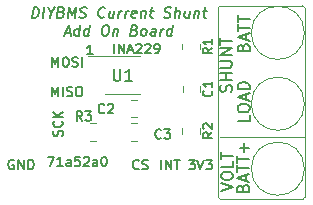
<source format=gto>
G04 #@! TF.GenerationSoftware,KiCad,Pcbnew,5.1.9+dfsg1-1+deb11u1*
G04 #@! TF.CreationDate,2023-12-19T10:52:22+00:00*
G04 #@! TF.ProjectId,ControllerCurrentShuntAddOn,436f6e74-726f-46c6-9c65-724375727265,rev?*
G04 #@! TF.SameCoordinates,Original*
G04 #@! TF.FileFunction,Legend,Top*
G04 #@! TF.FilePolarity,Positive*
%FSLAX46Y46*%
G04 Gerber Fmt 4.6, Leading zero omitted, Abs format (unit mm)*
G04 Created by KiCad (PCBNEW 5.1.9+dfsg1-1+deb11u1) date 2023-12-19 10:52:22*
%MOMM*%
%LPD*%
G01*
G04 APERTURE LIST*
%ADD10C,0.150000*%
%ADD11C,0.120000*%
%ADD12C,0.200000*%
G04 APERTURE END LIST*
D10*
X208161785Y-108781904D02*
X208695119Y-108781904D01*
X208352261Y-109581904D01*
X209418928Y-109581904D02*
X208961785Y-109581904D01*
X209190357Y-109581904D02*
X209190357Y-108781904D01*
X209114166Y-108896190D01*
X209037976Y-108972380D01*
X208961785Y-109010476D01*
X210104642Y-109581904D02*
X210104642Y-109162857D01*
X210066547Y-109086666D01*
X209990357Y-109048571D01*
X209837976Y-109048571D01*
X209761785Y-109086666D01*
X210104642Y-109543809D02*
X210028452Y-109581904D01*
X209837976Y-109581904D01*
X209761785Y-109543809D01*
X209723690Y-109467619D01*
X209723690Y-109391428D01*
X209761785Y-109315238D01*
X209837976Y-109277142D01*
X210028452Y-109277142D01*
X210104642Y-109239047D01*
X210866547Y-108781904D02*
X210485595Y-108781904D01*
X210447500Y-109162857D01*
X210485595Y-109124761D01*
X210561785Y-109086666D01*
X210752261Y-109086666D01*
X210828452Y-109124761D01*
X210866547Y-109162857D01*
X210904642Y-109239047D01*
X210904642Y-109429523D01*
X210866547Y-109505714D01*
X210828452Y-109543809D01*
X210752261Y-109581904D01*
X210561785Y-109581904D01*
X210485595Y-109543809D01*
X210447500Y-109505714D01*
X211209404Y-108858095D02*
X211247500Y-108820000D01*
X211323690Y-108781904D01*
X211514166Y-108781904D01*
X211590357Y-108820000D01*
X211628452Y-108858095D01*
X211666547Y-108934285D01*
X211666547Y-109010476D01*
X211628452Y-109124761D01*
X211171309Y-109581904D01*
X211666547Y-109581904D01*
X212352261Y-109581904D02*
X212352261Y-109162857D01*
X212314166Y-109086666D01*
X212237976Y-109048571D01*
X212085595Y-109048571D01*
X212009404Y-109086666D01*
X212352261Y-109543809D02*
X212276071Y-109581904D01*
X212085595Y-109581904D01*
X212009404Y-109543809D01*
X211971309Y-109467619D01*
X211971309Y-109391428D01*
X212009404Y-109315238D01*
X212085595Y-109277142D01*
X212276071Y-109277142D01*
X212352261Y-109239047D01*
X212885595Y-108781904D02*
X212961785Y-108781904D01*
X213037976Y-108820000D01*
X213076071Y-108858095D01*
X213114166Y-108934285D01*
X213152261Y-109086666D01*
X213152261Y-109277142D01*
X213114166Y-109429523D01*
X213076071Y-109505714D01*
X213037976Y-109543809D01*
X212961785Y-109581904D01*
X212885595Y-109581904D01*
X212809404Y-109543809D01*
X212771309Y-109505714D01*
X212733214Y-109429523D01*
X212695119Y-109277142D01*
X212695119Y-109086666D01*
X212733214Y-108934285D01*
X212771309Y-108858095D01*
X212809404Y-108820000D01*
X212885595Y-108781904D01*
X211978571Y-100111904D02*
X211521428Y-100111904D01*
X211750000Y-100111904D02*
X211750000Y-99311904D01*
X211673809Y-99426190D01*
X211597619Y-99502380D01*
X211521428Y-99540476D01*
D11*
X222550000Y-96200000D02*
G75*
G02*
X222750000Y-96000000I200000J0D01*
G01*
X222750000Y-112400000D02*
G75*
G02*
X222550000Y-112200000I0J200000D01*
G01*
X229950000Y-112200000D02*
G75*
G02*
X229750000Y-112400000I-200000J0D01*
G01*
X229750000Y-96000000D02*
G75*
G02*
X229950000Y-96200000I0J-200000D01*
G01*
D10*
X222852380Y-111692857D02*
X223852380Y-111359523D01*
X222852380Y-111026190D01*
X222852380Y-110502380D02*
X222852380Y-110311904D01*
X222900000Y-110216666D01*
X222995238Y-110121428D01*
X223185714Y-110073809D01*
X223519047Y-110073809D01*
X223709523Y-110121428D01*
X223804761Y-110216666D01*
X223852380Y-110311904D01*
X223852380Y-110502380D01*
X223804761Y-110597619D01*
X223709523Y-110692857D01*
X223519047Y-110740476D01*
X223185714Y-110740476D01*
X222995238Y-110692857D01*
X222900000Y-110597619D01*
X222852380Y-110502380D01*
X223852380Y-109169047D02*
X223852380Y-109645238D01*
X222852380Y-109645238D01*
X222852380Y-108978571D02*
X222852380Y-108407142D01*
X223852380Y-108692857D02*
X222852380Y-108692857D01*
X223704761Y-103288095D02*
X223752380Y-103145238D01*
X223752380Y-102907142D01*
X223704761Y-102811904D01*
X223657142Y-102764285D01*
X223561904Y-102716666D01*
X223466666Y-102716666D01*
X223371428Y-102764285D01*
X223323809Y-102811904D01*
X223276190Y-102907142D01*
X223228571Y-103097619D01*
X223180952Y-103192857D01*
X223133333Y-103240476D01*
X223038095Y-103288095D01*
X222942857Y-103288095D01*
X222847619Y-103240476D01*
X222800000Y-103192857D01*
X222752380Y-103097619D01*
X222752380Y-102859523D01*
X222800000Y-102716666D01*
X223752380Y-102288095D02*
X222752380Y-102288095D01*
X223228571Y-102288095D02*
X223228571Y-101716666D01*
X223752380Y-101716666D02*
X222752380Y-101716666D01*
X222752380Y-101240476D02*
X223561904Y-101240476D01*
X223657142Y-101192857D01*
X223704761Y-101145238D01*
X223752380Y-101050000D01*
X223752380Y-100859523D01*
X223704761Y-100764285D01*
X223657142Y-100716666D01*
X223561904Y-100669047D01*
X222752380Y-100669047D01*
X223752380Y-100192857D02*
X222752380Y-100192857D01*
X223752380Y-99621428D01*
X222752380Y-99621428D01*
X222752380Y-99288095D02*
X222752380Y-98716666D01*
X223752380Y-99002380D02*
X222752380Y-99002380D01*
D11*
X229950000Y-101300000D02*
X229950000Y-96200000D01*
X222750000Y-96000000D02*
X229750000Y-96000000D01*
X222550000Y-112200000D02*
X222550000Y-96200000D01*
X229750000Y-112400000D02*
X222750000Y-112400000D01*
X229950000Y-101300000D02*
X229950000Y-112200000D01*
X222750000Y-107100000D02*
X229950000Y-107100000D01*
D12*
X206859017Y-97012142D02*
X206971517Y-96112142D01*
X207185803Y-96112142D01*
X207309017Y-96155000D01*
X207384017Y-96240714D01*
X207416160Y-96326428D01*
X207437589Y-96497857D01*
X207421517Y-96626428D01*
X207357232Y-96797857D01*
X207303660Y-96883571D01*
X207207232Y-96969285D01*
X207073303Y-97012142D01*
X206859017Y-97012142D01*
X207759017Y-97012142D02*
X207871517Y-96112142D01*
X208412589Y-96583571D02*
X208359017Y-97012142D01*
X208171517Y-96112142D02*
X208412589Y-96583571D01*
X208771517Y-96112142D01*
X209317946Y-96540714D02*
X209441160Y-96583571D01*
X209478660Y-96626428D01*
X209510803Y-96712142D01*
X209494732Y-96840714D01*
X209441160Y-96926428D01*
X209392946Y-96969285D01*
X209301875Y-97012142D01*
X208959017Y-97012142D01*
X209071517Y-96112142D01*
X209371517Y-96112142D01*
X209451875Y-96155000D01*
X209489375Y-96197857D01*
X209521517Y-96283571D01*
X209510803Y-96369285D01*
X209457232Y-96455000D01*
X209409017Y-96497857D01*
X209317946Y-96540714D01*
X209017946Y-96540714D01*
X209859017Y-97012142D02*
X209971517Y-96112142D01*
X210191160Y-96755000D01*
X210571517Y-96112142D01*
X210459017Y-97012142D01*
X210850089Y-96969285D02*
X210973303Y-97012142D01*
X211187589Y-97012142D01*
X211278660Y-96969285D01*
X211326875Y-96926428D01*
X211380446Y-96840714D01*
X211391160Y-96755000D01*
X211359017Y-96669285D01*
X211321517Y-96626428D01*
X211241160Y-96583571D01*
X211075089Y-96540714D01*
X210994732Y-96497857D01*
X210957232Y-96455000D01*
X210925089Y-96369285D01*
X210935803Y-96283571D01*
X210989375Y-96197857D01*
X211037589Y-96155000D01*
X211128660Y-96112142D01*
X211342946Y-96112142D01*
X211466160Y-96155000D01*
X212955446Y-96926428D02*
X212907232Y-96969285D01*
X212773303Y-97012142D01*
X212687589Y-97012142D01*
X212564375Y-96969285D01*
X212489375Y-96883571D01*
X212457232Y-96797857D01*
X212435803Y-96626428D01*
X212451875Y-96497857D01*
X212516160Y-96326428D01*
X212569732Y-96240714D01*
X212666160Y-96155000D01*
X212800089Y-96112142D01*
X212885803Y-96112142D01*
X213009017Y-96155000D01*
X213046517Y-96197857D01*
X213791160Y-96412142D02*
X213716160Y-97012142D01*
X213405446Y-96412142D02*
X213346517Y-96883571D01*
X213378660Y-96969285D01*
X213459017Y-97012142D01*
X213587589Y-97012142D01*
X213678660Y-96969285D01*
X213726875Y-96926428D01*
X214144732Y-97012142D02*
X214219732Y-96412142D01*
X214198303Y-96583571D02*
X214251875Y-96497857D01*
X214300089Y-96455000D01*
X214391160Y-96412142D01*
X214476875Y-96412142D01*
X214701875Y-97012142D02*
X214776875Y-96412142D01*
X214755446Y-96583571D02*
X214809017Y-96497857D01*
X214857232Y-96455000D01*
X214948303Y-96412142D01*
X215034017Y-96412142D01*
X215607232Y-96969285D02*
X215516160Y-97012142D01*
X215344732Y-97012142D01*
X215264375Y-96969285D01*
X215232232Y-96883571D01*
X215275089Y-96540714D01*
X215328660Y-96455000D01*
X215419732Y-96412142D01*
X215591160Y-96412142D01*
X215671517Y-96455000D01*
X215703660Y-96540714D01*
X215692946Y-96626428D01*
X215253660Y-96712142D01*
X216105446Y-96412142D02*
X216030446Y-97012142D01*
X216094732Y-96497857D02*
X216142946Y-96455000D01*
X216234017Y-96412142D01*
X216362589Y-96412142D01*
X216442946Y-96455000D01*
X216475089Y-96540714D01*
X216416160Y-97012142D01*
X216791160Y-96412142D02*
X217134017Y-96412142D01*
X216957232Y-96112142D02*
X216860803Y-96883571D01*
X216892946Y-96969285D01*
X216973303Y-97012142D01*
X217059017Y-97012142D01*
X218007232Y-96969285D02*
X218130446Y-97012142D01*
X218344732Y-97012142D01*
X218435803Y-96969285D01*
X218484017Y-96926428D01*
X218537589Y-96840714D01*
X218548303Y-96755000D01*
X218516160Y-96669285D01*
X218478660Y-96626428D01*
X218398303Y-96583571D01*
X218232232Y-96540714D01*
X218151875Y-96497857D01*
X218114375Y-96455000D01*
X218082232Y-96369285D01*
X218092946Y-96283571D01*
X218146517Y-96197857D01*
X218194732Y-96155000D01*
X218285803Y-96112142D01*
X218500089Y-96112142D01*
X218623303Y-96155000D01*
X218901875Y-97012142D02*
X219014375Y-96112142D01*
X219287589Y-97012142D02*
X219346517Y-96540714D01*
X219314375Y-96455000D01*
X219234017Y-96412142D01*
X219105446Y-96412142D01*
X219014375Y-96455000D01*
X218966160Y-96497857D01*
X220176875Y-96412142D02*
X220101875Y-97012142D01*
X219791160Y-96412142D02*
X219732232Y-96883571D01*
X219764375Y-96969285D01*
X219844732Y-97012142D01*
X219973303Y-97012142D01*
X220064375Y-96969285D01*
X220112589Y-96926428D01*
X220605446Y-96412142D02*
X220530446Y-97012142D01*
X220594732Y-96497857D02*
X220642946Y-96455000D01*
X220734017Y-96412142D01*
X220862589Y-96412142D01*
X220942946Y-96455000D01*
X220975089Y-96540714D01*
X220916160Y-97012142D01*
X221291160Y-96412142D02*
X221634017Y-96412142D01*
X221457232Y-96112142D02*
X221360803Y-96883571D01*
X221392946Y-96969285D01*
X221473303Y-97012142D01*
X221559017Y-97012142D01*
X209634017Y-98305000D02*
X210062589Y-98305000D01*
X209516160Y-98562142D02*
X209928660Y-97662142D01*
X210116160Y-98562142D01*
X210801875Y-98562142D02*
X210914375Y-97662142D01*
X210807232Y-98519285D02*
X210716160Y-98562142D01*
X210544732Y-98562142D01*
X210464375Y-98519285D01*
X210426875Y-98476428D01*
X210394732Y-98390714D01*
X210426875Y-98133571D01*
X210480446Y-98047857D01*
X210528660Y-98005000D01*
X210619732Y-97962142D01*
X210791160Y-97962142D01*
X210871517Y-98005000D01*
X211616160Y-98562142D02*
X211728660Y-97662142D01*
X211621517Y-98519285D02*
X211530446Y-98562142D01*
X211359017Y-98562142D01*
X211278660Y-98519285D01*
X211241160Y-98476428D01*
X211209017Y-98390714D01*
X211241160Y-98133571D01*
X211294732Y-98047857D01*
X211342946Y-98005000D01*
X211434017Y-97962142D01*
X211605446Y-97962142D01*
X211685803Y-98005000D01*
X213014375Y-97662142D02*
X213185803Y-97662142D01*
X213266160Y-97705000D01*
X213341160Y-97790714D01*
X213362589Y-97962142D01*
X213325089Y-98262142D01*
X213260803Y-98433571D01*
X213164375Y-98519285D01*
X213073303Y-98562142D01*
X212901875Y-98562142D01*
X212821517Y-98519285D01*
X212746517Y-98433571D01*
X212725089Y-98262142D01*
X212762589Y-97962142D01*
X212826875Y-97790714D01*
X212923303Y-97705000D01*
X213014375Y-97662142D01*
X213748303Y-97962142D02*
X213673303Y-98562142D01*
X213737589Y-98047857D02*
X213785803Y-98005000D01*
X213876875Y-97962142D01*
X214005446Y-97962142D01*
X214085803Y-98005000D01*
X214117946Y-98090714D01*
X214059017Y-98562142D01*
X215532232Y-98090714D02*
X215655446Y-98133571D01*
X215692946Y-98176428D01*
X215725089Y-98262142D01*
X215709017Y-98390714D01*
X215655446Y-98476428D01*
X215607232Y-98519285D01*
X215516160Y-98562142D01*
X215173303Y-98562142D01*
X215285803Y-97662142D01*
X215585803Y-97662142D01*
X215666160Y-97705000D01*
X215703660Y-97747857D01*
X215735803Y-97833571D01*
X215725089Y-97919285D01*
X215671517Y-98005000D01*
X215623303Y-98047857D01*
X215532232Y-98090714D01*
X215232232Y-98090714D01*
X216201875Y-98562142D02*
X216121517Y-98519285D01*
X216084017Y-98476428D01*
X216051875Y-98390714D01*
X216084017Y-98133571D01*
X216137589Y-98047857D01*
X216185803Y-98005000D01*
X216276875Y-97962142D01*
X216405446Y-97962142D01*
X216485803Y-98005000D01*
X216523303Y-98047857D01*
X216555446Y-98133571D01*
X216523303Y-98390714D01*
X216469732Y-98476428D01*
X216421517Y-98519285D01*
X216330446Y-98562142D01*
X216201875Y-98562142D01*
X217273303Y-98562142D02*
X217332232Y-98090714D01*
X217300089Y-98005000D01*
X217219732Y-97962142D01*
X217048303Y-97962142D01*
X216957232Y-98005000D01*
X217278660Y-98519285D02*
X217187589Y-98562142D01*
X216973303Y-98562142D01*
X216892946Y-98519285D01*
X216860803Y-98433571D01*
X216871517Y-98347857D01*
X216925089Y-98262142D01*
X217016160Y-98219285D01*
X217230446Y-98219285D01*
X217321517Y-98176428D01*
X217701875Y-98562142D02*
X217776875Y-97962142D01*
X217755446Y-98133571D02*
X217809017Y-98047857D01*
X217857232Y-98005000D01*
X217948303Y-97962142D01*
X218034017Y-97962142D01*
X218644732Y-98562142D02*
X218757232Y-97662142D01*
X218650089Y-98519285D02*
X218559017Y-98562142D01*
X218387589Y-98562142D01*
X218307232Y-98519285D01*
X218269732Y-98476428D01*
X218237589Y-98390714D01*
X218269732Y-98133571D01*
X218323303Y-98047857D01*
X218371517Y-98005000D01*
X218462589Y-97962142D01*
X218634017Y-97962142D01*
X218714375Y-98005000D01*
D10*
X224678571Y-111438095D02*
X224726190Y-111295238D01*
X224773809Y-111247619D01*
X224869047Y-111200000D01*
X225011904Y-111200000D01*
X225107142Y-111247619D01*
X225154761Y-111295238D01*
X225202380Y-111390476D01*
X225202380Y-111771428D01*
X224202380Y-111771428D01*
X224202380Y-111438095D01*
X224250000Y-111342857D01*
X224297619Y-111295238D01*
X224392857Y-111247619D01*
X224488095Y-111247619D01*
X224583333Y-111295238D01*
X224630952Y-111342857D01*
X224678571Y-111438095D01*
X224678571Y-111771428D01*
X224916666Y-110819047D02*
X224916666Y-110342857D01*
X225202380Y-110914285D02*
X224202380Y-110580952D01*
X225202380Y-110247619D01*
X224202380Y-110057142D02*
X224202380Y-109485714D01*
X225202380Y-109771428D02*
X224202380Y-109771428D01*
X224202380Y-109295238D02*
X224202380Y-108723809D01*
X225202380Y-109009523D02*
X224202380Y-109009523D01*
X224821428Y-108390476D02*
X224821428Y-107628571D01*
X225202380Y-108009523D02*
X224440476Y-108009523D01*
X225252380Y-105292857D02*
X225252380Y-105769047D01*
X224252380Y-105769047D01*
X224252380Y-104769047D02*
X224252380Y-104578571D01*
X224300000Y-104483333D01*
X224395238Y-104388095D01*
X224585714Y-104340476D01*
X224919047Y-104340476D01*
X225109523Y-104388095D01*
X225204761Y-104483333D01*
X225252380Y-104578571D01*
X225252380Y-104769047D01*
X225204761Y-104864285D01*
X225109523Y-104959523D01*
X224919047Y-105007142D01*
X224585714Y-105007142D01*
X224395238Y-104959523D01*
X224300000Y-104864285D01*
X224252380Y-104769047D01*
X224966666Y-103959523D02*
X224966666Y-103483333D01*
X225252380Y-104054761D02*
X224252380Y-103721428D01*
X225252380Y-103388095D01*
X225252380Y-103054761D02*
X224252380Y-103054761D01*
X224252380Y-102816666D01*
X224300000Y-102673809D01*
X224395238Y-102578571D01*
X224490476Y-102530952D01*
X224680952Y-102483333D01*
X224823809Y-102483333D01*
X225014285Y-102530952D01*
X225109523Y-102578571D01*
X225204761Y-102673809D01*
X225252380Y-102816666D01*
X225252380Y-103054761D01*
X224728571Y-99519047D02*
X224776190Y-99376190D01*
X224823809Y-99328571D01*
X224919047Y-99280952D01*
X225061904Y-99280952D01*
X225157142Y-99328571D01*
X225204761Y-99376190D01*
X225252380Y-99471428D01*
X225252380Y-99852380D01*
X224252380Y-99852380D01*
X224252380Y-99519047D01*
X224300000Y-99423809D01*
X224347619Y-99376190D01*
X224442857Y-99328571D01*
X224538095Y-99328571D01*
X224633333Y-99376190D01*
X224680952Y-99423809D01*
X224728571Y-99519047D01*
X224728571Y-99852380D01*
X224966666Y-98900000D02*
X224966666Y-98423809D01*
X225252380Y-98995238D02*
X224252380Y-98661904D01*
X225252380Y-98328571D01*
X224252380Y-98138095D02*
X224252380Y-97566666D01*
X225252380Y-97852380D02*
X224252380Y-97852380D01*
X224252380Y-97376190D02*
X224252380Y-96804761D01*
X225252380Y-97090476D02*
X224252380Y-97090476D01*
X217776190Y-109861904D02*
X217776190Y-109061904D01*
X218157142Y-109861904D02*
X218157142Y-109061904D01*
X218614285Y-109861904D01*
X218614285Y-109061904D01*
X218880952Y-109061904D02*
X219338095Y-109061904D01*
X219109523Y-109861904D02*
X219109523Y-109061904D01*
X215866666Y-109785714D02*
X215828571Y-109823809D01*
X215714285Y-109861904D01*
X215638095Y-109861904D01*
X215523809Y-109823809D01*
X215447619Y-109747619D01*
X215409523Y-109671428D01*
X215371428Y-109519047D01*
X215371428Y-109404761D01*
X215409523Y-109252380D01*
X215447619Y-109176190D01*
X215523809Y-109100000D01*
X215638095Y-109061904D01*
X215714285Y-109061904D01*
X215828571Y-109100000D01*
X215866666Y-109138095D01*
X216171428Y-109823809D02*
X216285714Y-109861904D01*
X216476190Y-109861904D01*
X216552380Y-109823809D01*
X216590476Y-109785714D01*
X216628571Y-109709523D01*
X216628571Y-109633333D01*
X216590476Y-109557142D01*
X216552380Y-109519047D01*
X216476190Y-109480952D01*
X216323809Y-109442857D01*
X216247619Y-109404761D01*
X216209523Y-109366666D01*
X216171428Y-109290476D01*
X216171428Y-109214285D01*
X216209523Y-109138095D01*
X216247619Y-109100000D01*
X216323809Y-109061904D01*
X216514285Y-109061904D01*
X216628571Y-109100000D01*
X220109523Y-109061904D02*
X220604761Y-109061904D01*
X220338095Y-109366666D01*
X220452380Y-109366666D01*
X220528571Y-109404761D01*
X220566666Y-109442857D01*
X220604761Y-109519047D01*
X220604761Y-109709523D01*
X220566666Y-109785714D01*
X220528571Y-109823809D01*
X220452380Y-109861904D01*
X220223809Y-109861904D01*
X220147619Y-109823809D01*
X220109523Y-109785714D01*
X220833333Y-109061904D02*
X221100000Y-109861904D01*
X221366666Y-109061904D01*
X221557142Y-109061904D02*
X222052380Y-109061904D01*
X221785714Y-109366666D01*
X221900000Y-109366666D01*
X221976190Y-109404761D01*
X222014285Y-109442857D01*
X222052380Y-109519047D01*
X222052380Y-109709523D01*
X222014285Y-109785714D01*
X221976190Y-109823809D01*
X221900000Y-109861904D01*
X221671428Y-109861904D01*
X221595238Y-109823809D01*
X221557142Y-109785714D01*
X205290476Y-109104763D02*
X205214285Y-109066667D01*
X205100000Y-109066667D01*
X204985714Y-109104763D01*
X204909523Y-109180953D01*
X204871428Y-109257143D01*
X204833333Y-109409524D01*
X204833333Y-109523810D01*
X204871428Y-109676191D01*
X204909523Y-109752382D01*
X204985714Y-109828572D01*
X205100000Y-109866667D01*
X205176190Y-109866667D01*
X205290476Y-109828572D01*
X205328571Y-109790477D01*
X205328571Y-109523810D01*
X205176190Y-109523810D01*
X205671428Y-109866667D02*
X205671428Y-109066667D01*
X206128571Y-109866667D01*
X206128571Y-109066667D01*
X206509523Y-109866667D02*
X206509523Y-109066667D01*
X206700000Y-109066667D01*
X206814285Y-109104763D01*
X206890476Y-109180953D01*
X206928571Y-109257143D01*
X206966666Y-109409524D01*
X206966666Y-109523810D01*
X206928571Y-109676191D01*
X206890476Y-109752382D01*
X206814285Y-109828572D01*
X206700000Y-109866667D01*
X206509523Y-109866667D01*
X208542857Y-101161904D02*
X208542857Y-100361904D01*
X208809523Y-100933333D01*
X209076190Y-100361904D01*
X209076190Y-101161904D01*
X209609523Y-100361904D02*
X209761904Y-100361904D01*
X209838095Y-100400000D01*
X209914285Y-100476190D01*
X209952380Y-100628571D01*
X209952380Y-100895238D01*
X209914285Y-101047619D01*
X209838095Y-101123809D01*
X209761904Y-101161904D01*
X209609523Y-101161904D01*
X209533333Y-101123809D01*
X209457142Y-101047619D01*
X209419047Y-100895238D01*
X209419047Y-100628571D01*
X209457142Y-100476190D01*
X209533333Y-100400000D01*
X209609523Y-100361904D01*
X210257142Y-101123809D02*
X210371428Y-101161904D01*
X210561904Y-101161904D01*
X210638095Y-101123809D01*
X210676190Y-101085714D01*
X210714285Y-101009523D01*
X210714285Y-100933333D01*
X210676190Y-100857142D01*
X210638095Y-100819047D01*
X210561904Y-100780952D01*
X210409523Y-100742857D01*
X210333333Y-100704761D01*
X210295238Y-100666666D01*
X210257142Y-100590476D01*
X210257142Y-100514285D01*
X210295238Y-100438095D01*
X210333333Y-100400000D01*
X210409523Y-100361904D01*
X210600000Y-100361904D01*
X210714285Y-100400000D01*
X211057142Y-101161904D02*
X211057142Y-100361904D01*
X208542857Y-103661904D02*
X208542857Y-102861904D01*
X208809523Y-103433333D01*
X209076190Y-102861904D01*
X209076190Y-103661904D01*
X209457142Y-103661904D02*
X209457142Y-102861904D01*
X209800000Y-103623809D02*
X209914285Y-103661904D01*
X210104761Y-103661904D01*
X210180952Y-103623809D01*
X210219047Y-103585714D01*
X210257142Y-103509523D01*
X210257142Y-103433333D01*
X210219047Y-103357142D01*
X210180952Y-103319047D01*
X210104761Y-103280952D01*
X209952380Y-103242857D01*
X209876190Y-103204761D01*
X209838095Y-103166666D01*
X209800000Y-103090476D01*
X209800000Y-103014285D01*
X209838095Y-102938095D01*
X209876190Y-102900000D01*
X209952380Y-102861904D01*
X210142857Y-102861904D01*
X210257142Y-102900000D01*
X210752380Y-102861904D02*
X210904761Y-102861904D01*
X210980952Y-102900000D01*
X211057142Y-102976190D01*
X211095238Y-103128571D01*
X211095238Y-103395238D01*
X211057142Y-103547619D01*
X210980952Y-103623809D01*
X210904761Y-103661904D01*
X210752380Y-103661904D01*
X210676190Y-103623809D01*
X210600000Y-103547619D01*
X210561904Y-103395238D01*
X210561904Y-103128571D01*
X210600000Y-102976190D01*
X210676190Y-102900000D01*
X210752380Y-102861904D01*
X209383809Y-107028571D02*
X209421904Y-106914285D01*
X209421904Y-106723809D01*
X209383809Y-106647619D01*
X209345714Y-106609523D01*
X209269523Y-106571428D01*
X209193333Y-106571428D01*
X209117142Y-106609523D01*
X209079047Y-106647619D01*
X209040952Y-106723809D01*
X209002857Y-106876190D01*
X208964761Y-106952380D01*
X208926666Y-106990476D01*
X208850476Y-107028571D01*
X208774285Y-107028571D01*
X208698095Y-106990476D01*
X208660000Y-106952380D01*
X208621904Y-106876190D01*
X208621904Y-106685714D01*
X208660000Y-106571428D01*
X209345714Y-105771428D02*
X209383809Y-105809523D01*
X209421904Y-105923809D01*
X209421904Y-106000000D01*
X209383809Y-106114285D01*
X209307619Y-106190476D01*
X209231428Y-106228571D01*
X209079047Y-106266666D01*
X208964761Y-106266666D01*
X208812380Y-106228571D01*
X208736190Y-106190476D01*
X208660000Y-106114285D01*
X208621904Y-106000000D01*
X208621904Y-105923809D01*
X208660000Y-105809523D01*
X208698095Y-105771428D01*
X209421904Y-105428571D02*
X208621904Y-105428571D01*
X209421904Y-104971428D02*
X208964761Y-105314285D01*
X208621904Y-104971428D02*
X209079047Y-105428571D01*
D11*
X212227064Y-107435000D02*
X211772936Y-107435000D01*
X212227064Y-105965000D02*
X211772936Y-105965000D01*
X214500000Y-103510000D02*
X216000000Y-103510000D01*
X214500000Y-103510000D02*
X213000000Y-103510000D01*
X214500000Y-100290000D02*
X216000000Y-100290000D01*
X214500000Y-100290000D02*
X211575000Y-100290000D01*
X221035000Y-106372936D02*
X221035000Y-106827064D01*
X219565000Y-106372936D02*
X219565000Y-106827064D01*
X219565000Y-99677064D02*
X219565000Y-99222936D01*
X221035000Y-99677064D02*
X221035000Y-99222936D01*
X229900000Y-109800000D02*
G75*
G03*
X229900000Y-109800000I-2250000J0D01*
G01*
X229900000Y-104300000D02*
G75*
G03*
X229900000Y-104300000I-2250000J0D01*
G01*
X229900000Y-98300000D02*
G75*
G03*
X229900000Y-98300000I-2250000J0D01*
G01*
X215238748Y-105965000D02*
X215761252Y-105965000D01*
X215238748Y-107435000D02*
X215761252Y-107435000D01*
X215238748Y-103965000D02*
X215761252Y-103965000D01*
X215238748Y-105435000D02*
X215761252Y-105435000D01*
X221065000Y-102788748D02*
X221065000Y-103311252D01*
X219595000Y-102788748D02*
X219595000Y-103311252D01*
D10*
X211086666Y-105721904D02*
X210820000Y-105340952D01*
X210629523Y-105721904D02*
X210629523Y-104921904D01*
X210934285Y-104921904D01*
X211010476Y-104960000D01*
X211048571Y-104998095D01*
X211086666Y-105074285D01*
X211086666Y-105188571D01*
X211048571Y-105264761D01*
X211010476Y-105302857D01*
X210934285Y-105340952D01*
X210629523Y-105340952D01*
X211353333Y-104921904D02*
X211848571Y-104921904D01*
X211581904Y-105226666D01*
X211696190Y-105226666D01*
X211772380Y-105264761D01*
X211810476Y-105302857D01*
X211848571Y-105379047D01*
X211848571Y-105569523D01*
X211810476Y-105645714D01*
X211772380Y-105683809D01*
X211696190Y-105721904D01*
X211467619Y-105721904D01*
X211391428Y-105683809D01*
X211353333Y-105645714D01*
X213738095Y-101352380D02*
X213738095Y-102161904D01*
X213785714Y-102257142D01*
X213833333Y-102304761D01*
X213928571Y-102352380D01*
X214119047Y-102352380D01*
X214214285Y-102304761D01*
X214261904Y-102257142D01*
X214309523Y-102161904D01*
X214309523Y-101352380D01*
X215309523Y-102352380D02*
X214738095Y-102352380D01*
X215023809Y-102352380D02*
X215023809Y-101352380D01*
X214928571Y-101495238D01*
X214833333Y-101590476D01*
X214738095Y-101638095D01*
X213795238Y-100011904D02*
X213795238Y-99211904D01*
X214176190Y-100011904D02*
X214176190Y-99211904D01*
X214633333Y-100011904D01*
X214633333Y-99211904D01*
X214976190Y-99783333D02*
X215357142Y-99783333D01*
X214900000Y-100011904D02*
X215166666Y-99211904D01*
X215433333Y-100011904D01*
X215661904Y-99288095D02*
X215700000Y-99250000D01*
X215776190Y-99211904D01*
X215966666Y-99211904D01*
X216042857Y-99250000D01*
X216080952Y-99288095D01*
X216119047Y-99364285D01*
X216119047Y-99440476D01*
X216080952Y-99554761D01*
X215623809Y-100011904D01*
X216119047Y-100011904D01*
X216423809Y-99288095D02*
X216461904Y-99250000D01*
X216538095Y-99211904D01*
X216728571Y-99211904D01*
X216804761Y-99250000D01*
X216842857Y-99288095D01*
X216880952Y-99364285D01*
X216880952Y-99440476D01*
X216842857Y-99554761D01*
X216385714Y-100011904D01*
X216880952Y-100011904D01*
X217261904Y-100011904D02*
X217414285Y-100011904D01*
X217490476Y-99973809D01*
X217528571Y-99935714D01*
X217604761Y-99821428D01*
X217642857Y-99669047D01*
X217642857Y-99364285D01*
X217604761Y-99288095D01*
X217566666Y-99250000D01*
X217490476Y-99211904D01*
X217338095Y-99211904D01*
X217261904Y-99250000D01*
X217223809Y-99288095D01*
X217185714Y-99364285D01*
X217185714Y-99554761D01*
X217223809Y-99630952D01*
X217261904Y-99669047D01*
X217338095Y-99707142D01*
X217490476Y-99707142D01*
X217566666Y-99669047D01*
X217604761Y-99630952D01*
X217642857Y-99554761D01*
X222111904Y-106733333D02*
X221730952Y-107000000D01*
X222111904Y-107190476D02*
X221311904Y-107190476D01*
X221311904Y-106885714D01*
X221350000Y-106809523D01*
X221388095Y-106771428D01*
X221464285Y-106733333D01*
X221578571Y-106733333D01*
X221654761Y-106771428D01*
X221692857Y-106809523D01*
X221730952Y-106885714D01*
X221730952Y-107190476D01*
X221388095Y-106428571D02*
X221350000Y-106390476D01*
X221311904Y-106314285D01*
X221311904Y-106123809D01*
X221350000Y-106047619D01*
X221388095Y-106009523D01*
X221464285Y-105971428D01*
X221540476Y-105971428D01*
X221654761Y-106009523D01*
X222111904Y-106466666D01*
X222111904Y-105971428D01*
X222111904Y-99583333D02*
X221730952Y-99850000D01*
X222111904Y-100040476D02*
X221311904Y-100040476D01*
X221311904Y-99735714D01*
X221350000Y-99659523D01*
X221388095Y-99621428D01*
X221464285Y-99583333D01*
X221578571Y-99583333D01*
X221654761Y-99621428D01*
X221692857Y-99659523D01*
X221730952Y-99735714D01*
X221730952Y-100040476D01*
X222111904Y-98821428D02*
X222111904Y-99278571D01*
X222111904Y-99050000D02*
X221311904Y-99050000D01*
X221426190Y-99126190D01*
X221502380Y-99202380D01*
X221540476Y-99278571D01*
X217766666Y-107185714D02*
X217728571Y-107223809D01*
X217614285Y-107261904D01*
X217538095Y-107261904D01*
X217423809Y-107223809D01*
X217347619Y-107147619D01*
X217309523Y-107071428D01*
X217271428Y-106919047D01*
X217271428Y-106804761D01*
X217309523Y-106652380D01*
X217347619Y-106576190D01*
X217423809Y-106500000D01*
X217538095Y-106461904D01*
X217614285Y-106461904D01*
X217728571Y-106500000D01*
X217766666Y-106538095D01*
X218033333Y-106461904D02*
X218528571Y-106461904D01*
X218261904Y-106766666D01*
X218376190Y-106766666D01*
X218452380Y-106804761D01*
X218490476Y-106842857D01*
X218528571Y-106919047D01*
X218528571Y-107109523D01*
X218490476Y-107185714D01*
X218452380Y-107223809D01*
X218376190Y-107261904D01*
X218147619Y-107261904D01*
X218071428Y-107223809D01*
X218033333Y-107185714D01*
X212966666Y-105035714D02*
X212928571Y-105073809D01*
X212814285Y-105111904D01*
X212738095Y-105111904D01*
X212623809Y-105073809D01*
X212547619Y-104997619D01*
X212509523Y-104921428D01*
X212471428Y-104769047D01*
X212471428Y-104654761D01*
X212509523Y-104502380D01*
X212547619Y-104426190D01*
X212623809Y-104350000D01*
X212738095Y-104311904D01*
X212814285Y-104311904D01*
X212928571Y-104350000D01*
X212966666Y-104388095D01*
X213271428Y-104388095D02*
X213309523Y-104350000D01*
X213385714Y-104311904D01*
X213576190Y-104311904D01*
X213652380Y-104350000D01*
X213690476Y-104388095D01*
X213728571Y-104464285D01*
X213728571Y-104540476D01*
X213690476Y-104654761D01*
X213233333Y-105111904D01*
X213728571Y-105111904D01*
X222035714Y-103183333D02*
X222073809Y-103221428D01*
X222111904Y-103335714D01*
X222111904Y-103411904D01*
X222073809Y-103526190D01*
X221997619Y-103602380D01*
X221921428Y-103640476D01*
X221769047Y-103678571D01*
X221654761Y-103678571D01*
X221502380Y-103640476D01*
X221426190Y-103602380D01*
X221350000Y-103526190D01*
X221311904Y-103411904D01*
X221311904Y-103335714D01*
X221350000Y-103221428D01*
X221388095Y-103183333D01*
X222111904Y-102421428D02*
X222111904Y-102878571D01*
X222111904Y-102650000D02*
X221311904Y-102650000D01*
X221426190Y-102726190D01*
X221502380Y-102802380D01*
X221540476Y-102878571D01*
M02*

</source>
